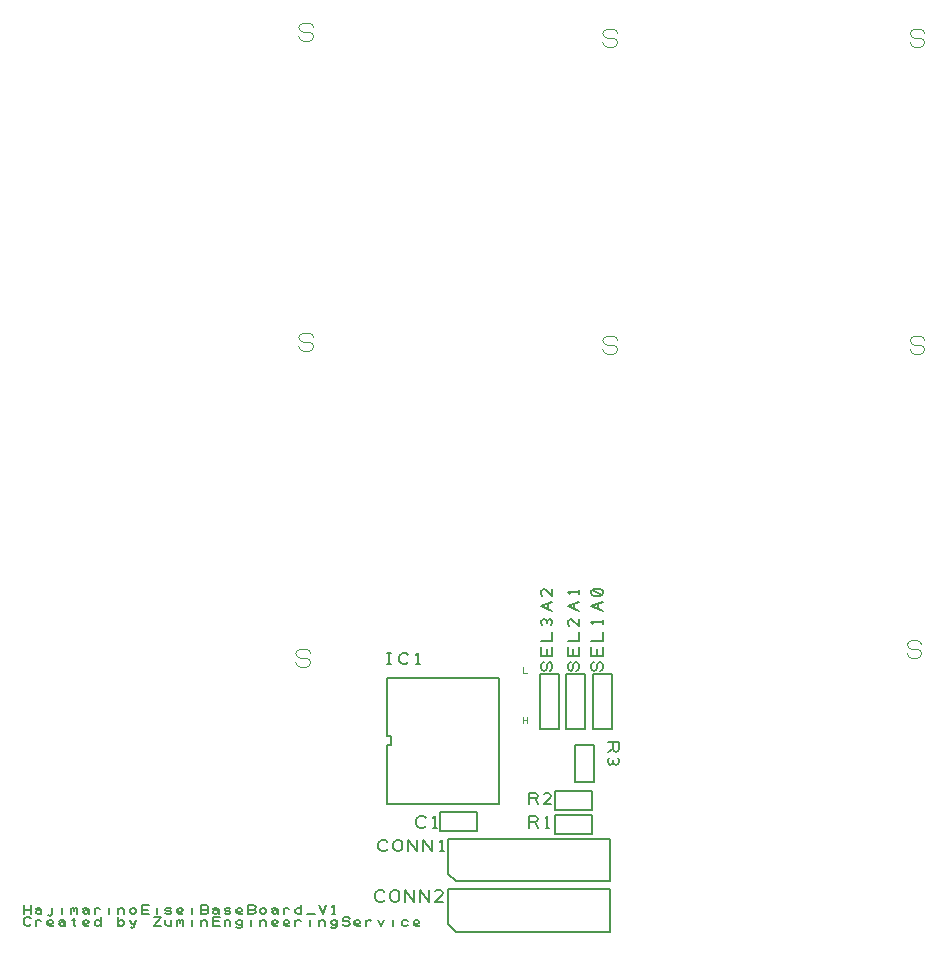
<source format=gbr>
G04 EasyPC Gerber Version 20.0.2 Build 4112 *
%FSLAX35Y35*%
%MOIN*%
%ADD104C,0.00100*%
%ADD76C,0.00394*%
%ADD74C,0.00500*%
%ADD75C,0.00787*%
X0Y0D02*
D02*
D74*
X137233Y17531D02*
X136921Y17219D01*
X136296Y16906*
X135358*
X134733Y17219*
X134421Y17531*
X134108Y18156*
Y19406*
X134421Y20031*
X134733Y20344*
X135358Y20656*
X136296*
X136921Y20344*
X137233Y20031*
X139108Y18156D02*
Y19406D01*
X139421Y20031*
X139733Y20344*
X140358Y20656*
X140983*
X141608Y20344*
X141921Y20031*
X142233Y19406*
Y18156*
X141921Y17531*
X141608Y17219*
X140983Y16906*
X140358*
X139733Y17219*
X139421Y17531*
X139108Y18156*
X144108Y16906D02*
Y20656D01*
X147233Y16906*
Y20656*
X149108Y16906D02*
Y20656D01*
X152233Y16906*
Y20656*
X156608Y16906D02*
X154108D01*
X156296Y19094*
X156608Y19719*
X156296Y20344*
X155671Y20656*
X154733*
X154108Y20344*
X138218Y34263D02*
X137905Y33951D01*
X137280Y33638*
X136343*
X135718Y33951*
X135405Y34263*
X135093Y34888*
Y36138*
X135405Y36763*
X135718Y37076*
X136343Y37388*
X137280*
X137905Y37076*
X138218Y36763*
X140093Y34888D02*
Y36138D01*
X140405Y36763*
X140718Y37076*
X141343Y37388*
X141968*
X142593Y37076*
X142905Y36763*
X143218Y36138*
Y34888*
X142905Y34263*
X142593Y33951*
X141968Y33638*
X141343*
X140718Y33951*
X140405Y34263*
X140093Y34888*
X145093Y33638D02*
Y37388D01*
X148218Y33638*
Y37388*
X150093Y33638D02*
Y37388D01*
X153218Y33638*
Y37388*
X155718Y33638D02*
X156968D01*
X156343D02*
Y37388D01*
X155718Y36763*
X137998Y95961D02*
X139248D01*
X138624D02*
Y99711D01*
X137998D02*
X139248D01*
X145186Y96586D02*
X144874Y96274D01*
X144248Y95961*
X143311*
X142686Y96274*
X142374Y96586*
X142061Y97211*
Y98461*
X142374Y99086*
X142686Y99399*
X143311Y99711*
X144248*
X144874Y99399*
X145186Y99086*
X147686Y95961D02*
X148936D01*
X148311D02*
Y99711D01*
X147686Y99086*
X138045Y91539D02*
X175250D01*
Y49413*
X138045*
Y69000*
X139522*
Y71953*
X138045*
Y91539*
X151013Y42137D02*
X150700Y41825D01*
X150075Y41512*
X149138*
X148513Y41825*
X148200Y42137*
X147888Y42762*
Y44012*
X148200Y44637*
X148513Y44950*
X149138Y45262*
X150075*
X150700Y44950*
X151013Y44637*
X153513Y41512D02*
X154763D01*
X154138D02*
Y45262D01*
X153513Y44637*
X155844Y40362D02*
X168081D01*
Y46693*
X155844*
Y40362*
X158518Y21087D02*
X212354D01*
Y6913*
X161018*
X158518Y9413*
Y21087*
Y37819D02*
X212354D01*
Y23646*
X161018*
X158518Y26146*
Y37819*
X185289Y41512D02*
Y45262D01*
X187477*
X188102Y44950*
X188415Y44325*
X188102Y43700*
X187477Y43387*
X185289*
X187477D02*
X188415Y41512D01*
X190915D02*
X192165D01*
X191539D02*
Y45262D01*
X190915Y44637*
X185289Y49386D02*
Y53136D01*
X187477*
X188102Y52824*
X188415Y52199*
X188102Y51574*
X187477Y51261*
X185289*
X187477D02*
X188415Y49386D01*
X192789D02*
X190289D01*
X192477Y51574*
X192789Y52199*
X192477Y52824*
X191852Y53136*
X190915*
X190289Y52824*
X192272Y93724D02*
X192898Y94037D01*
X193210Y94662*
Y95912*
X192898Y96537*
X192272Y96850*
X191648Y96537*
X191335Y95912*
Y94662*
X191022Y94037*
X190398Y93724*
X189772Y94037*
X189460Y94662*
Y95912*
X189772Y96537*
X190398Y96850*
X193210Y98724D02*
X189460D01*
Y101850*
X191335Y101224D02*
Y98724D01*
X193210D02*
Y101850D01*
X189460Y103724D02*
X193210D01*
Y106850*
X192898Y109037D02*
X193210Y109662D01*
Y110287*
X192898Y110912*
X192272Y111224*
X191648Y110912*
X191335Y110287*
Y109662*
Y110287D02*
X191022Y110912D01*
X190398Y111224*
X189772Y110912*
X189460Y110287*
Y109662*
X189772Y109037*
X193210Y113724D02*
X189460Y115287D01*
X193210Y116850*
X191648Y114350D02*
Y116224D01*
X193210Y121224D02*
Y118724D01*
X191022Y120912*
X190398Y121224*
X189772Y120912*
X189460Y120287*
Y119350*
X189772Y118724*
X194230Y39378D02*
X206467D01*
Y45709*
X194230*
Y39378*
Y47252D02*
X206467D01*
Y53583*
X194230*
Y47252*
X195344Y74433D02*
Y92854D01*
X189014*
Y74433*
X195344*
X200825Y69035D02*
Y56799D01*
X207156*
Y69035*
X200825*
X201131Y93724D02*
X201756Y94037D01*
X202069Y94662*
Y95912*
X201756Y96537*
X201131Y96850*
X200506Y96537*
X200193Y95912*
Y94662*
X199881Y94037*
X199256Y93724*
X198631Y94037*
X198319Y94662*
Y95912*
X198631Y96537*
X199256Y96850*
X202069Y98724D02*
X198319D01*
Y101850*
X200193Y101224D02*
Y98724D01*
X202069D02*
Y101850D01*
X198319Y103724D02*
X202069D01*
Y106850*
Y111224D02*
Y108724D01*
X199881Y110912*
X199256Y111224*
X198631Y110912*
X198319Y110287*
Y109350*
X198631Y108724*
X202069Y113724D02*
X198319Y115287D01*
X202069Y116850*
X200506Y114350D02*
Y116224D01*
X202069Y119350D02*
Y120600D01*
Y119974D02*
X198319D01*
X198943Y119350*
X204203Y74433D02*
Y92854D01*
X197872*
Y74433*
X204203*
X211593Y70035D02*
X215343D01*
Y67848*
X215031Y67223*
X214406Y66910*
X213781Y67223*
X213468Y67848*
Y70035*
Y67848D02*
X211593Y66910D01*
X211906Y64723D02*
X211593Y64098D01*
Y63473*
X211906Y62848*
X212531Y62535*
X213156Y62848*
X213468Y63473*
Y64098*
Y63473D02*
X213781Y62848D01*
X214406Y62535*
X215031Y62848*
X215343Y63473*
Y64098*
X215031Y64723*
X209005Y93724D02*
X209630Y94037D01*
X209943Y94662*
Y95912*
X209630Y96537*
X209005Y96850*
X208380Y96537*
X208067Y95912*
Y94662*
X207755Y94037*
X207130Y93724*
X206505Y94037*
X206193Y94662*
Y95912*
X206505Y96537*
X207130Y96850*
X209943Y98724D02*
X206193D01*
Y101850*
X208067Y101224D02*
Y98724D01*
X209943D02*
Y101850D01*
X206193Y103724D02*
X209943D01*
Y106850*
Y109350D02*
Y110600D01*
Y109974D02*
X206193D01*
X206817Y109350*
X209943Y113724D02*
X206193Y115287D01*
X209943Y116850*
X208380Y114350D02*
Y116224D01*
X209630Y119037D02*
X209943Y119662D01*
Y120287*
X209630Y120912*
X209005Y121224*
X207130*
X206505Y120912*
X206193Y120287*
Y119662*
X206505Y119037*
X207130Y118724*
X209005*
X209630Y119037*
X206505Y120912*
X213061Y74433D02*
Y92854D01*
X206730*
Y74433*
X213061*
D02*
D75*
X19443Y9325D02*
X19197Y9079D01*
X18705Y8833*
X17967*
X17474Y9079*
X17228Y9325*
X16982Y9817*
Y10801*
X17228Y11293*
X17474Y11539*
X17967Y11785*
X18705*
X19197Y11539*
X19443Y11293*
X20919Y8833D02*
Y10801D01*
Y10063D02*
X21165Y10555D01*
X21657Y10801*
X22150*
X22642Y10555*
X26825Y9079D02*
X26579Y8833D01*
X26087*
X25594*
X25102Y9079*
X24856Y9571*
Y10309*
X25102Y10555*
X25594Y10801*
X26087*
X26579Y10555*
X26825Y10309*
Y10063*
X26579Y9817*
X26087Y9571*
X25594*
X25102Y9817*
X24856Y10063*
X28793Y10555D02*
X29285Y10801D01*
X30024*
X30516Y10555*
X30762Y10063*
Y9325*
X30516Y9079*
X30024Y8833*
X29531*
X29039Y9079*
X28793Y9325*
Y9571*
X29039Y9817*
X29531Y10063*
X30024*
X30516Y9817*
X30762Y9571*
Y9325D02*
Y8833D01*
X33222Y10801D02*
X34207D01*
X33715Y11293D02*
Y9079D01*
X33961Y8833*
X34207*
X34453Y9079*
X38636D02*
X38390Y8833D01*
X37898*
X37406*
X36913Y9079*
X36667Y9571*
Y10309*
X36913Y10555*
X37406Y10801*
X37898*
X38390Y10555*
X38636Y10309*
Y10063*
X38390Y9817*
X37898Y9571*
X37406*
X36913Y9817*
X36667Y10063*
X42573D02*
X42327Y10555D01*
X41835Y10801*
X41343*
X40850Y10555*
X40604Y10063*
Y9571*
X40850Y9079*
X41343Y8833*
X41835*
X42327Y9079*
X42573Y9571*
Y8833D02*
Y11785D01*
X48478Y9571D02*
X48724Y9079D01*
X49217Y8833*
X49709*
X50201Y9079*
X50447Y9571*
Y10063*
X50201Y10555*
X49709Y10801*
X49217*
X48724Y10555*
X48478Y10063*
Y8833D02*
Y11785D01*
X52415Y10801D02*
X52661Y9817D01*
X53154Y9325*
X53646*
X54138Y9817*
X54384Y10801*
X54138Y9817D02*
X53892Y8833D01*
X53646Y8341*
X53154Y8094*
X52661Y8341*
X60289Y11785D02*
X62750D01*
X60289Y8833*
X62750*
X64226Y10801D02*
Y9571D01*
X64472Y9079*
X64965Y8833*
X65457*
X65949Y9079*
X66195Y9571*
Y10801D02*
Y8833D01*
X68163D02*
Y10801D01*
Y10555D02*
X68409Y10801D01*
X68902*
X69148Y10555*
Y9817*
Y10555D02*
X69394Y10801D01*
X69886*
X70132Y10555*
Y8833*
X73085D02*
Y10801D01*
Y11539D02*
X76037Y8833*
Y10801D01*
Y10063D02*
X76283Y10555D01*
X76776Y10801*
X77268*
X77760Y10555*
X78006Y10063*
Y8833*
X79974D02*
Y11785D01*
X82435*
X81943Y10309D02*
X79974D01*
Y8833D02*
X82435D01*
X83911D02*
Y10801D01*
Y10063D02*
X84157Y10555D01*
X84650Y10801*
X85142*
X85634Y10555*
X85880Y10063*
Y8833*
X89817Y10063D02*
X89571Y10555D01*
X89079Y10801*
X88587*
X88094Y10555*
X87848Y10063*
Y9817*
X88094Y9325*
X88587Y9079*
X89079*
X89571Y9325*
X89817Y9817*
Y10801D02*
Y8833D01*
X89571Y8341*
X89079Y8094*
X88341*
X87848Y8341*
X92770Y8833D02*
Y10801D01*
Y11539D02*
X95722Y8833*
Y10801D01*
Y10063D02*
X95969Y10555D01*
X96461Y10801*
X96953*
X97445Y10555*
X97691Y10063*
Y8833*
X101628Y9079D02*
X101382Y8833D01*
X100890*
X100398*
X99906Y9079*
X99659Y9571*
Y10309*
X99906Y10555*
X100398Y10801*
X100890*
X101382Y10555*
X101628Y10309*
Y10063*
X101382Y9817*
X100890Y9571*
X100398*
X99906Y9817*
X99659Y10063*
X105565Y9079D02*
X105319Y8833D01*
X104827*
X104335*
X103843Y9079*
X103596Y9571*
Y10309*
X103843Y10555*
X104335Y10801*
X104827*
X105319Y10555*
X105565Y10309*
Y10063*
X105319Y9817*
X104827Y9571*
X104335*
X103843Y9817*
X103596Y10063*
X107533Y8833D02*
Y10801D01*
Y10063D02*
X107780Y10555D01*
X108272Y10801*
X108764*
X109256Y10555*
X112455Y8833D02*
Y10801D01*
Y11539D02*
X115407Y8833*
Y10801D01*
Y10063D02*
X115654Y10555D01*
X116146Y10801*
X116638*
X117130Y10555*
X117376Y10063*
Y8833*
X121313Y10063D02*
X121067Y10555D01*
X120575Y10801*
X120083*
X119591Y10555*
X119344Y10063*
Y9817*
X119591Y9325*
X120083Y9079*
X120575*
X121067Y9325*
X121313Y9817*
Y10801D02*
Y8833D01*
X121067Y8341*
X120575Y8094*
X119837*
X119344Y8341*
X123281Y9571D02*
X123528Y9079D01*
X124020Y8833*
X125004*
X125496Y9079*
X125742Y9571*
X125496Y10063*
X125004Y10309*
X124020*
X123528Y10555*
X123281Y11047*
X123528Y11539*
X124020Y11785*
X125004*
X125496Y11539*
X125742Y11047*
X129187Y9079D02*
X128941Y8833D01*
X128449*
X127957*
X127465Y9079*
X127219Y9571*
Y10309*
X127465Y10555*
X127957Y10801*
X128449*
X128941Y10555*
X129187Y10309*
Y10063*
X128941Y9817*
X128449Y9571*
X127957*
X127465Y9817*
X127219Y10063*
X131156Y8833D02*
Y10801D01*
Y10063D02*
X131402Y10555D01*
X131894Y10801*
X132386*
X132878Y10555*
X135093Y10801D02*
X136077Y8833D01*
X137061Y10801*
X140014Y8833D02*
Y10801D01*
Y11539D02*
X144935Y10555*
X144443Y10801D01*
X143705*
X143213Y10555*
X142967Y10063*
Y9571*
X143213Y9079*
X143705Y8833*
X144443*
X144935Y9079*
X148872D02*
X148626Y8833D01*
X148134*
X147642*
X147150Y9079*
X146904Y9571*
Y10309*
X147150Y10555*
X147642Y10801*
X148134*
X148626Y10555*
X148872Y10309*
Y10063*
X148626Y9817*
X148134Y9571*
X147642*
X147150Y9817*
X146904Y10063*
X16982Y12770D02*
Y15722D01*
Y14246D02*
X19443D01*
Y12770D02*
Y15722D01*
X20919Y14492D02*
X21411Y14738D01*
X22150*
X22642Y14492*
X22888Y14000*
Y13262*
X22642Y13016*
X22150Y12770*
X21657*
X21165Y13016*
X20919Y13262*
Y13508*
X21165Y13754*
X21657Y14000*
X22150*
X22642Y13754*
X22888Y13508*
Y13262D02*
Y12770D01*
X25102Y12278D02*
X25594Y12031D01*
X26087Y12278*
X26333Y12770*
Y14738*
Y15476D02*
X29778Y12770*
Y14738D01*
Y15476D02*
X32730Y12770*
Y14738D01*
Y14492D02*
X32976Y14738D01*
X33469*
X33715Y14492*
Y13754*
Y14492D02*
X33961Y14738D01*
X34453*
X34699Y14492*
Y12770*
X36667Y14492D02*
X37159Y14738D01*
X37898*
X38390Y14492*
X38636Y14000*
Y13262*
X38390Y13016*
X37898Y12770*
X37406*
X36913Y13016*
X36667Y13262*
Y13508*
X36913Y13754*
X37406Y14000*
X37898*
X38390Y13754*
X38636Y13508*
Y13262D02*
Y12770D01*
X40604D02*
Y14738D01*
Y14000D02*
X40850Y14492D01*
X41343Y14738*
X41835*
X42327Y14492*
X45526Y12770D02*
Y14738D01*
Y15476D02*
X48478Y12770*
Y14738D01*
Y14000D02*
X48724Y14492D01*
X49217Y14738*
X49709*
X50201Y14492*
X50447Y14000*
Y12770*
X52415Y13508D02*
X52661Y13016D01*
X53154Y12770*
X53646*
X54138Y13016*
X54384Y13508*
Y14000*
X54138Y14492*
X53646Y14738*
X53154*
X52661Y14492*
X52415Y14000*
Y13508*
X56352Y12770D02*
Y15722D01*
X58813*
X58321Y14246D02*
X56352D01*
Y12770D02*
X58813D01*
X61274D02*
Y14738D01*
Y15476D02*
X64226Y13016*
X64719Y12770D01*
X65703*
X66195Y13016*
Y13508*
X65703Y13754*
X64719*
X64226Y14000*
Y14492*
X64719Y14738*
X65703*
X66195Y14492*
X70132Y13016D02*
X69886Y12770D01*
X69394*
X68902*
X68409Y13016*
X68163Y13508*
Y14246*
X68409Y14492*
X68902Y14738*
X69394*
X69886Y14492*
X70132Y14246*
Y14000*
X69886Y13754*
X69394Y13508*
X68902*
X68409Y13754*
X68163Y14000*
X73085Y12770D02*
Y14738D01*
Y15476D02*
X77760Y14246*
X78252Y14000D01*
X78498Y13508*
X78252Y13016*
X77760Y12770*
X76037*
Y15722*
X77760*
X78252Y15476*
X78498Y14984*
X78252Y14492*
X77760Y14246*
X76037*
X79974Y14492D02*
X80467Y14738D01*
X81205*
X81697Y14492*
X81943Y14000*
Y13262*
X81697Y13016*
X81205Y12770*
X80713*
X80220Y13016*
X79974Y13262*
Y13508*
X80220Y13754*
X80713Y14000*
X81205*
X81697Y13754*
X81943Y13508*
Y13262D02*
Y12770D01*
X83911Y13016D02*
X84404Y12770D01*
X85388*
X85880Y13016*
Y13508*
X85388Y13754*
X84404*
X83911Y14000*
Y14492*
X84404Y14738*
X85388*
X85880Y14492*
X89817Y13016D02*
X89571Y12770D01*
X89079*
X88587*
X88094Y13016*
X87848Y13508*
Y14246*
X88094Y14492*
X88587Y14738*
X89079*
X89571Y14492*
X89817Y14246*
Y14000*
X89571Y13754*
X89079Y13508*
X88587*
X88094Y13754*
X87848Y14000*
X93508Y14246D02*
X94000Y14000D01*
X94246Y13508*
X94000Y13016*
X93508Y12770*
X91785*
Y15722*
X93508*
X94000Y15476*
X94246Y14984*
X94000Y14492*
X93508Y14246*
X91785*
X95722Y13508D02*
X95969Y13016D01*
X96461Y12770*
X96953*
X97445Y13016*
X97691Y13508*
Y14000*
X97445Y14492*
X96953Y14738*
X96461*
X95969Y14492*
X95722Y14000*
Y13508*
X99659Y14492D02*
X100152Y14738D01*
X100890*
X101382Y14492*
X101628Y14000*
Y13262*
X101382Y13016*
X100890Y12770*
X100398*
X99906Y13016*
X99659Y13262*
Y13508*
X99906Y13754*
X100398Y14000*
X100890*
X101382Y13754*
X101628Y13508*
Y13262D02*
Y12770D01*
X103596D02*
Y14738D01*
Y14000D02*
X103843Y14492D01*
X104335Y14738*
X104827*
X105319Y14492*
X109502Y14000D02*
X109256Y14492D01*
X108764Y14738*
X108272*
X107780Y14492*
X107533Y14000*
Y13508*
X107780Y13016*
X108272Y12770*
X108764*
X109256Y13016*
X109502Y13508*
Y12770D02*
Y15722D01*
X111470Y12770D02*
X113931D01*
X115407Y15722D02*
X116638Y12770D01*
X117868Y15722*
X119837Y12770D02*
X120821D01*
X120329D02*
Y15722D01*
X119837Y15230*
D02*
D76*
X183321Y76477D02*
Y78352D01*
Y77414D02*
X184883D01*
Y76477D02*
Y78352D01*
X183321Y95084D02*
Y93209D01*
X184883*
D02*
D104*
X107533Y96677D02*
X108026Y95693D01*
X109010Y95201*
X110978*
X111963Y95693*
X112455Y96677*
X111963Y97661*
X110978Y98154*
X109010*
X108026Y98646*
X107533Y99630*
X108026Y100614*
X109010Y101106*
X110978*
X111963Y100614*
X112455Y99630*
X108518Y201992D02*
X109010Y201008D01*
X109994Y200516*
X111963*
X112947Y201008*
X113439Y201992*
X112947Y202976*
X111963Y203469*
X109994*
X109010Y203961*
X108518Y204945*
X109010Y205929*
X109994Y206421*
X111963*
X112947Y205929*
X113439Y204945*
X108518Y305339D02*
X109010Y304354D01*
X109994Y303862*
X111963*
X112947Y304354*
X113439Y305339*
X112947Y306323*
X111963Y306815*
X109994*
X109010Y307307*
X108518Y308291*
X109010Y309276*
X109994Y309768*
X111963*
X112947Y309276*
X113439Y308291*
X209896Y201008D02*
X210388Y200024D01*
X211372Y199531*
X213341*
X214325Y200024*
X214817Y201008*
X214325Y201992*
X213341Y202484*
X211372*
X210388Y202976*
X209896Y203961*
X210388Y204945*
X211372Y205437*
X213341*
X214325Y204945*
X214817Y203961*
X209896Y303370D02*
X210388Y302386D01*
X211372Y301894*
X213341*
X214325Y302386*
X214817Y303370*
X214325Y304354*
X213341Y304846*
X211372*
X210388Y305339*
X209896Y306323*
X210388Y307307*
X211372Y307799*
X213341*
X214325Y307307*
X214817Y306323*
X311274Y99630D02*
X311766Y98646D01*
X312750Y98154*
X314719*
X315703Y98646*
X316195Y99630*
X315703Y100614*
X314719Y101106*
X312750*
X311766Y101598*
X311274Y102583*
X311766Y103567*
X312750Y104059*
X314719*
X315703Y103567*
X316195Y102583*
X312258Y201008D02*
X312750Y200024D01*
X313734Y199531*
X315703*
X316687Y200024*
X317179Y201008*
X316687Y201992*
X315703Y202484*
X313734*
X312750Y202976*
X312258Y203961*
X312750Y204945*
X313734Y205437*
X315703*
X316687Y204945*
X317179Y203961*
X312258Y303370D02*
X312750Y302386D01*
X313734Y301894*
X315703*
X316687Y302386*
X317179Y303370*
X316687Y304354*
X315703Y304846*
X313734*
X312750Y305339*
X312258Y306323*
X312750Y307307*
X313734Y307799*
X315703*
X316687Y307307*
X317179Y306323*
X0Y0D02*
M02*

</source>
